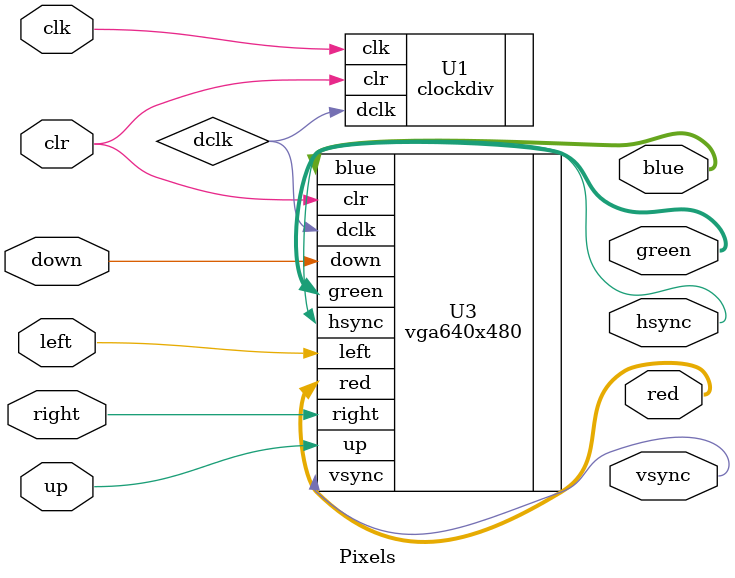
<source format=v>
`timescale 1ns/1ps

module Pixels(
    input clk, //master clock = 100 MHz
    input clr, //right-most pushbutton for reset
    input up, //up button
    input down, //down button
    input left, //left button
    input right, //right button
    output [2:0] red, //red vga output - 3 bits
    output [1:0] blue, //blue vga output - 2 bits
    output [2:0] green, //green vga output - 3 bits,
    output hsync,
    output vsync
    );

// VGA display clock interconnect
wire dclk;

// generate 7-segment clock & display clock  
clockdiv U1 (
    .clk(clk),
    .clr(clr),
    .dclk(dclk)
    );  

// VGA controller
vga640x480 U3(
    .dclk(dclk),  //25MHz
    .clr(clr),
    .up(up),
    .down(down),
    .left(left),
    .right(right),
    .hsync(hsync),
    .vsync(vsync),
    .red(red),
    .green(green),
    .blue(blue)
    );
    
    
endmodule
    
</source>
